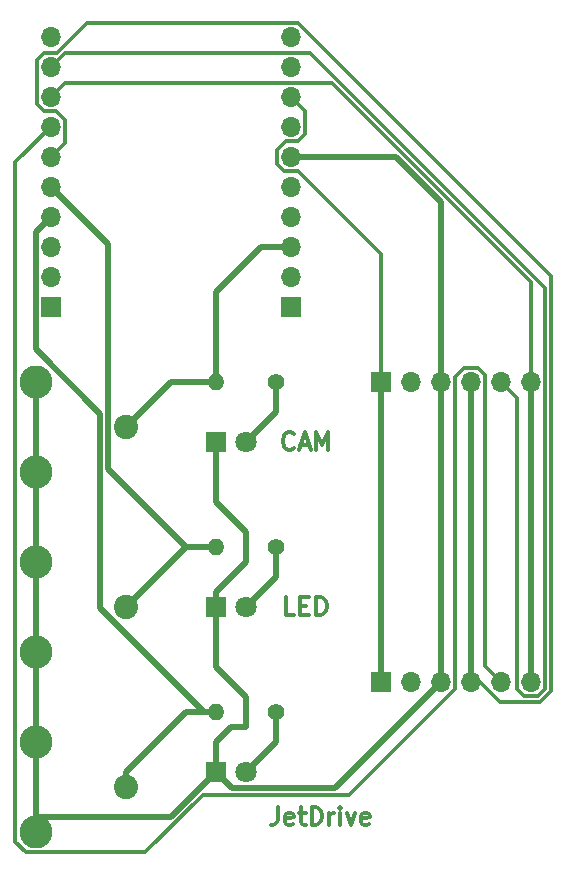
<source format=gbr>
%TF.GenerationSoftware,KiCad,Pcbnew,(5.1.9)-1*%
%TF.CreationDate,2021-06-24T15:24:35+01:00*%
%TF.ProjectId,usteppers_hat,75737465-7070-4657-9273-5f6861742e6b,rev?*%
%TF.SameCoordinates,Original*%
%TF.FileFunction,Copper,L1,Top*%
%TF.FilePolarity,Positive*%
%FSLAX46Y46*%
G04 Gerber Fmt 4.6, Leading zero omitted, Abs format (unit mm)*
G04 Created by KiCad (PCBNEW (5.1.9)-1) date 2021-06-24 15:24:35*
%MOMM*%
%LPD*%
G01*
G04 APERTURE LIST*
%TA.AperFunction,NonConductor*%
%ADD10C,0.300000*%
%TD*%
%TA.AperFunction,ComponentPad*%
%ADD11C,2.790000*%
%TD*%
%TA.AperFunction,ComponentPad*%
%ADD12C,2.055000*%
%TD*%
%TA.AperFunction,ComponentPad*%
%ADD13O,1.400000X1.400000*%
%TD*%
%TA.AperFunction,ComponentPad*%
%ADD14C,1.400000*%
%TD*%
%TA.AperFunction,ComponentPad*%
%ADD15O,1.700000X1.700000*%
%TD*%
%TA.AperFunction,ComponentPad*%
%ADD16R,1.700000X1.700000*%
%TD*%
%TA.AperFunction,ComponentPad*%
%ADD17C,1.800000*%
%TD*%
%TA.AperFunction,ComponentPad*%
%ADD18R,1.800000X1.800000*%
%TD*%
%TA.AperFunction,Conductor*%
%ADD19C,0.499872*%
%TD*%
%TA.AperFunction,Conductor*%
%ADD20C,0.300000*%
%TD*%
G04 APERTURE END LIST*
D10*
X190667142Y-132528571D02*
X190667142Y-133600000D01*
X190595714Y-133814285D01*
X190452857Y-133957142D01*
X190238571Y-134028571D01*
X190095714Y-134028571D01*
X191952857Y-133957142D02*
X191810000Y-134028571D01*
X191524285Y-134028571D01*
X191381428Y-133957142D01*
X191310000Y-133814285D01*
X191310000Y-133242857D01*
X191381428Y-133100000D01*
X191524285Y-133028571D01*
X191810000Y-133028571D01*
X191952857Y-133100000D01*
X192024285Y-133242857D01*
X192024285Y-133385714D01*
X191310000Y-133528571D01*
X192452857Y-133028571D02*
X193024285Y-133028571D01*
X192667142Y-132528571D02*
X192667142Y-133814285D01*
X192738571Y-133957142D01*
X192881428Y-134028571D01*
X193024285Y-134028571D01*
X193524285Y-134028571D02*
X193524285Y-132528571D01*
X193881428Y-132528571D01*
X194095714Y-132600000D01*
X194238571Y-132742857D01*
X194310000Y-132885714D01*
X194381428Y-133171428D01*
X194381428Y-133385714D01*
X194310000Y-133671428D01*
X194238571Y-133814285D01*
X194095714Y-133957142D01*
X193881428Y-134028571D01*
X193524285Y-134028571D01*
X195024285Y-134028571D02*
X195024285Y-133028571D01*
X195024285Y-133314285D02*
X195095714Y-133171428D01*
X195167142Y-133100000D01*
X195310000Y-133028571D01*
X195452857Y-133028571D01*
X195952857Y-134028571D02*
X195952857Y-133028571D01*
X195952857Y-132528571D02*
X195881428Y-132600000D01*
X195952857Y-132671428D01*
X196024285Y-132600000D01*
X195952857Y-132528571D01*
X195952857Y-132671428D01*
X196524285Y-133028571D02*
X196881428Y-134028571D01*
X197238571Y-133028571D01*
X198381428Y-133957142D02*
X198238571Y-134028571D01*
X197952857Y-134028571D01*
X197810000Y-133957142D01*
X197738571Y-133814285D01*
X197738571Y-133242857D01*
X197810000Y-133100000D01*
X197952857Y-133028571D01*
X198238571Y-133028571D01*
X198381428Y-133100000D01*
X198452857Y-133242857D01*
X198452857Y-133385714D01*
X197738571Y-133528571D01*
X192075714Y-116248571D02*
X191361428Y-116248571D01*
X191361428Y-114748571D01*
X192575714Y-115462857D02*
X193075714Y-115462857D01*
X193290000Y-116248571D02*
X192575714Y-116248571D01*
X192575714Y-114748571D01*
X193290000Y-114748571D01*
X193932857Y-116248571D02*
X193932857Y-114748571D01*
X194290000Y-114748571D01*
X194504285Y-114820000D01*
X194647142Y-114962857D01*
X194718571Y-115105714D01*
X194790000Y-115391428D01*
X194790000Y-115605714D01*
X194718571Y-115891428D01*
X194647142Y-116034285D01*
X194504285Y-116177142D01*
X194290000Y-116248571D01*
X193932857Y-116248571D01*
X192004285Y-102135714D02*
X191932857Y-102207142D01*
X191718571Y-102278571D01*
X191575714Y-102278571D01*
X191361428Y-102207142D01*
X191218571Y-102064285D01*
X191147142Y-101921428D01*
X191075714Y-101635714D01*
X191075714Y-101421428D01*
X191147142Y-101135714D01*
X191218571Y-100992857D01*
X191361428Y-100850000D01*
X191575714Y-100778571D01*
X191718571Y-100778571D01*
X191932857Y-100850000D01*
X192004285Y-100921428D01*
X192575714Y-101850000D02*
X193290000Y-101850000D01*
X192432857Y-102278571D02*
X192932857Y-100778571D01*
X193432857Y-102278571D01*
X193932857Y-102278571D02*
X193932857Y-100778571D01*
X194432857Y-101850000D01*
X194932857Y-100778571D01*
X194932857Y-102278571D01*
D11*
%TO.P,J5,3*%
%TO.N,Earth*%
X170180000Y-104140000D03*
%TO.P,J5,2*%
X170180000Y-96520000D03*
D12*
%TO.P,J5,1*%
%TO.N,/A0*%
X177800000Y-100330000D03*
%TD*%
D13*
%TO.P,R3,2*%
%TO.N,/A0*%
X185420000Y-96520000D03*
D14*
%TO.P,R3,1*%
%TO.N,Net-(D3-Pad2)*%
X190500000Y-96520000D03*
%TD*%
D13*
%TO.P,R2,2*%
%TO.N,/D4*%
X185420000Y-110490000D03*
D14*
%TO.P,R2,1*%
%TO.N,Net-(D2-Pad2)*%
X190500000Y-110490000D03*
%TD*%
D13*
%TO.P,R1,2*%
%TO.N,/D3*%
X185420000Y-124460000D03*
D14*
%TO.P,R1,1*%
%TO.N,Net-(D1-Pad2)*%
X190500000Y-124460000D03*
%TD*%
D11*
%TO.P,J7,3*%
%TO.N,Earth*%
X170180000Y-119380000D03*
%TO.P,J7,2*%
X170180000Y-111760000D03*
D12*
%TO.P,J7,1*%
%TO.N,/D4*%
X177800000Y-115570000D03*
%TD*%
D11*
%TO.P,J6,3*%
%TO.N,Earth*%
X170180000Y-134620000D03*
%TO.P,J6,2*%
X170180000Y-127000000D03*
D12*
%TO.P,J6,1*%
%TO.N,/D3*%
X177800000Y-130810000D03*
%TD*%
D15*
%TO.P,J4,6*%
%TO.N,/CLK*%
X212090000Y-121920000D03*
%TO.P,J4,5*%
%TO.N,/CS1*%
X209550000Y-121920000D03*
%TO.P,J4,4*%
%TO.N,/D5*%
X207010000Y-121920000D03*
%TO.P,J4,3*%
%TO.N,Earth*%
X204470000Y-121920000D03*
%TO.P,J4,2*%
%TO.N,Net-(J4-Pad2)*%
X201930000Y-121920000D03*
D16*
%TO.P,J4,1*%
%TO.N,/5V*%
X199390000Y-121920000D03*
%TD*%
D15*
%TO.P,J3,6*%
%TO.N,/CLK*%
X212090000Y-96520000D03*
%TO.P,J3,5*%
%TO.N,/CS2*%
X209550000Y-96520000D03*
%TO.P,J3,4*%
%TO.N,/D5*%
X207010000Y-96520000D03*
%TO.P,J3,3*%
%TO.N,Earth*%
X204470000Y-96520000D03*
%TO.P,J3,2*%
%TO.N,Net-(J3-Pad2)*%
X201930000Y-96520000D03*
D16*
%TO.P,J3,1*%
%TO.N,/5V*%
X199390000Y-96520000D03*
%TD*%
D15*
%TO.P,J2,10*%
%TO.N,/RST*%
X191770000Y-67310000D03*
%TO.P,J2,9*%
%TO.N,/3V3*%
X191770000Y-69850000D03*
%TO.P,J2,8*%
%TO.N,/5V*%
X191770000Y-72390000D03*
%TO.P,J2,7*%
%TO.N,Earth*%
X191770000Y-74930000D03*
%TO.P,J2,6*%
X191770000Y-77470000D03*
%TO.P,J2,5*%
%TO.N,/VIN*%
X191770000Y-80010000D03*
%TO.P,J2,4*%
X191770000Y-82550000D03*
%TO.P,J2,3*%
%TO.N,/A0*%
X191770000Y-85090000D03*
%TO.P,J2,2*%
%TO.N,/A2*%
X191770000Y-87630000D03*
D16*
%TO.P,J2,1*%
%TO.N,/A1*%
X191770000Y-90170000D03*
%TD*%
D15*
%TO.P,J1,10*%
%TO.N,Earth*%
X171450000Y-67310000D03*
%TO.P,J1,9*%
%TO.N,/CS2*%
X171450000Y-69850000D03*
%TO.P,J1,8*%
%TO.N,/CLK*%
X171450000Y-72390000D03*
%TO.P,J1,7*%
%TO.N,/CS1*%
X171450000Y-74930000D03*
%TO.P,J1,6*%
%TO.N,/D5*%
X171450000Y-77470000D03*
%TO.P,J1,5*%
%TO.N,/D4*%
X171450000Y-80010000D03*
%TO.P,J1,4*%
%TO.N,/D3*%
X171450000Y-82550000D03*
%TO.P,J1,3*%
%TO.N,/D2*%
X171450000Y-85090000D03*
%TO.P,J1,2*%
%TO.N,/D1*%
X171450000Y-87630000D03*
D16*
%TO.P,J1,1*%
%TO.N,/D0*%
X171450000Y-90170000D03*
%TD*%
D17*
%TO.P,D3,2*%
%TO.N,Net-(D3-Pad2)*%
X187960000Y-101600000D03*
D18*
%TO.P,D3,1*%
%TO.N,Earth*%
X185420000Y-101600000D03*
%TD*%
D17*
%TO.P,D2,2*%
%TO.N,Net-(D2-Pad2)*%
X187960000Y-115570000D03*
D18*
%TO.P,D2,1*%
%TO.N,Earth*%
X185420000Y-115570000D03*
%TD*%
D17*
%TO.P,D1,2*%
%TO.N,Net-(D1-Pad2)*%
X187960000Y-129540000D03*
D18*
%TO.P,D1,1*%
%TO.N,Earth*%
X185420000Y-129540000D03*
%TD*%
D19*
%TO.N,Net-(D1-Pad2)*%
X190500000Y-127000000D02*
X187960000Y-129540000D01*
X190500000Y-124460000D02*
X190500000Y-127000000D01*
%TO.N,Earth*%
X170180000Y-97790000D02*
X170180000Y-105410000D01*
X170180000Y-111760000D02*
X170180000Y-105410000D01*
X170180000Y-105410000D02*
X170180000Y-119380000D01*
X170180000Y-125730000D02*
X170180000Y-119380000D01*
X170180000Y-125730000D02*
X170180000Y-133350000D01*
X181610000Y-133350000D02*
X170180000Y-133350000D01*
X185420000Y-129540000D02*
X181610000Y-133350000D01*
X185420000Y-115570000D02*
X185420000Y-120650000D01*
X185420000Y-120650000D02*
X187960000Y-123190000D01*
X187960000Y-123190000D02*
X187960000Y-125730000D01*
X187960000Y-125730000D02*
X186690000Y-125730000D01*
X185420000Y-127000000D02*
X185420000Y-129540000D01*
X186690000Y-125730000D02*
X185420000Y-127000000D01*
X185420000Y-101600000D02*
X185420000Y-106680000D01*
X185420000Y-106680000D02*
X187960000Y-109220000D01*
X187960000Y-109220000D02*
X187960000Y-111760000D01*
X187960000Y-111760000D02*
X185420000Y-114300000D01*
X185420000Y-114300000D02*
X185420000Y-115570000D01*
X204470000Y-96520000D02*
X204470000Y-121920000D01*
X204470000Y-81280000D02*
X204470000Y-96520000D01*
X200660000Y-77470000D02*
X204470000Y-81280000D01*
X191770000Y-77470000D02*
X200660000Y-77470000D01*
X186769937Y-130889937D02*
X185420000Y-129540000D01*
X195500063Y-130889937D02*
X186769937Y-130889937D01*
X204470000Y-121920000D02*
X195500063Y-130889937D01*
%TO.N,Net-(D2-Pad2)*%
X190500000Y-113030000D02*
X187960000Y-115570000D01*
X190500000Y-110490000D02*
X190500000Y-113030000D01*
%TO.N,Net-(D3-Pad2)*%
X190500000Y-99060000D02*
X187960000Y-101600000D01*
X190500000Y-96520000D02*
X190500000Y-99060000D01*
D20*
%TO.N,/CS2*%
X193395570Y-68649999D02*
X172650001Y-68649999D01*
X213290001Y-88544430D02*
X193395570Y-68649999D01*
X213290001Y-122496001D02*
X213290001Y-88544430D01*
X172650001Y-68649999D02*
X171450000Y-69850000D01*
X211513999Y-123120001D02*
X212666001Y-123120001D01*
X212666001Y-123120001D02*
X213290001Y-122496001D01*
X210889999Y-122496001D02*
X211513999Y-123120001D01*
X210889999Y-97859999D02*
X210889999Y-122496001D01*
X209550000Y-96520000D02*
X210889999Y-97859999D01*
D19*
%TO.N,/CLK*%
X212090000Y-96520000D02*
X212090000Y-121920000D01*
D20*
X195228450Y-71189999D02*
X172650001Y-71189999D01*
X172650001Y-71189999D02*
X171450000Y-72390000D01*
X212090000Y-88051549D02*
X195228450Y-71189999D01*
X212090000Y-96520000D02*
X212090000Y-88051549D01*
%TO.N,/CS1*%
X168434999Y-135457601D02*
X168434999Y-77945001D01*
X184318568Y-131489883D02*
X179443450Y-136365001D01*
X169342399Y-136365001D02*
X168434999Y-135457601D01*
X196676119Y-131489883D02*
X184318568Y-131489883D01*
X179443450Y-136365001D02*
X169342399Y-136365001D01*
X205670001Y-96083997D02*
X205670001Y-122496001D01*
X206433999Y-95319999D02*
X205670001Y-96083997D01*
X207586001Y-95319999D02*
X206433999Y-95319999D01*
X208210001Y-95943999D02*
X207586001Y-95319999D01*
X168434999Y-77945001D02*
X171450000Y-74930000D01*
X208210001Y-120580001D02*
X208210001Y-95943999D01*
X205670001Y-122496001D02*
X196676119Y-131489883D01*
X209550000Y-121920000D02*
X208210001Y-120580001D01*
D19*
%TO.N,/D5*%
X207010000Y-96520000D02*
X207010000Y-121920000D01*
D20*
X172650001Y-76269999D02*
X171450000Y-77470000D01*
X170873999Y-73590001D02*
X171886003Y-73590001D01*
X170249999Y-72966001D02*
X170873999Y-73590001D01*
X172650001Y-74353999D02*
X172650001Y-76269999D01*
X170249999Y-69273999D02*
X170249999Y-72966001D01*
X170873999Y-68649999D02*
X170249999Y-69273999D01*
X171942881Y-68649999D02*
X170873999Y-68649999D01*
X174482881Y-66109999D02*
X171942881Y-68649999D01*
X192346001Y-66109999D02*
X174482881Y-66109999D01*
X171886003Y-73590001D02*
X172650001Y-74353999D01*
X213790011Y-122703111D02*
X213790011Y-87554009D01*
X213790011Y-87554009D02*
X192346001Y-66109999D01*
X212873111Y-123620011D02*
X213790011Y-122703111D01*
X209474009Y-123620011D02*
X212873111Y-123620011D01*
X207010000Y-121156002D02*
X209474009Y-123620011D01*
X207010000Y-96520000D02*
X207010000Y-121156002D01*
D19*
%TO.N,/D4*%
X182880000Y-110490000D02*
X177800000Y-115570000D01*
X185420000Y-110490000D02*
X182880000Y-110490000D01*
X184430051Y-110490000D02*
X185420000Y-110490000D01*
X176322563Y-84882563D02*
X171450000Y-80010000D01*
X176322563Y-103932563D02*
X176322563Y-84882563D01*
X182880000Y-110490000D02*
X176322563Y-103932563D01*
%TO.N,/D3*%
X182880000Y-124460000D02*
X177800000Y-129540000D01*
X185420000Y-124460000D02*
X182880000Y-124460000D01*
X177800000Y-130810000D02*
X177800000Y-129540000D01*
X184430051Y-124460000D02*
X185420000Y-124460000D01*
X175622681Y-115652630D02*
X184430051Y-124460000D01*
X170150063Y-93759555D02*
X175622681Y-99232173D01*
X170150063Y-83849937D02*
X170150063Y-93759555D01*
X175622681Y-99232173D02*
X175622681Y-115652630D01*
X171450000Y-82550000D02*
X170150063Y-83849937D01*
%TO.N,/5V*%
X199390000Y-96520000D02*
X199390000Y-121920000D01*
D20*
X192970001Y-73590001D02*
X191770000Y-72390000D01*
X192970001Y-75506001D02*
X192970001Y-73590001D01*
X192346001Y-76130001D02*
X192970001Y-75506001D01*
X191333997Y-76130001D02*
X192346001Y-76130001D01*
X190569999Y-76893999D02*
X191333997Y-76130001D01*
X190569999Y-78046001D02*
X190569999Y-76893999D01*
X192346001Y-78670001D02*
X191193999Y-78670001D01*
X199390000Y-85714000D02*
X192346001Y-78670001D01*
X191193999Y-78670001D02*
X190569999Y-78046001D01*
X199390000Y-96520000D02*
X199390000Y-85714000D01*
D19*
%TO.N,/A0*%
X185420000Y-88900000D02*
X185420000Y-96520000D01*
X189230000Y-85090000D02*
X185420000Y-88900000D01*
X191770000Y-85090000D02*
X189230000Y-85090000D01*
X181610000Y-96520000D02*
X177800000Y-100330000D01*
X185420000Y-96520000D02*
X181610000Y-96520000D01*
%TD*%
M02*

</source>
